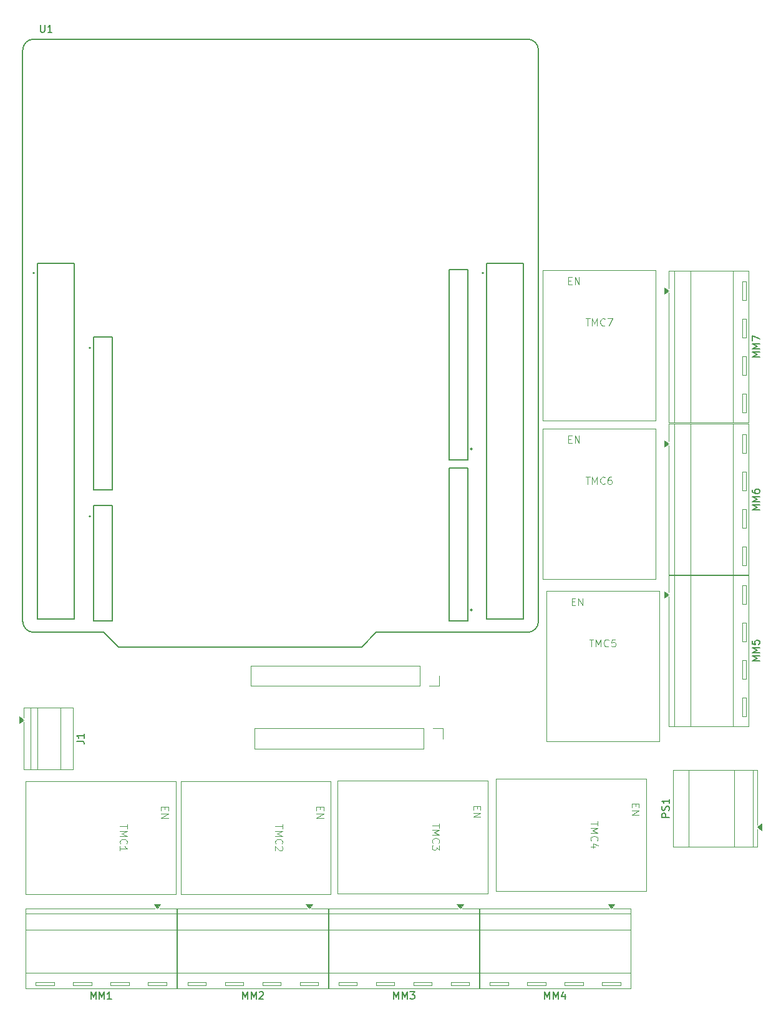
<source format=gbr>
%TF.GenerationSoftware,KiCad,Pcbnew,9.0.5*%
%TF.CreationDate,2025-10-28T11:21:23+01:00*%
%TF.ProjectId,wokringv1ar,776f6b72-696e-4677-9631-61722e6b6963,rev?*%
%TF.SameCoordinates,Original*%
%TF.FileFunction,Legend,Top*%
%TF.FilePolarity,Positive*%
%FSLAX46Y46*%
G04 Gerber Fmt 4.6, Leading zero omitted, Abs format (unit mm)*
G04 Created by KiCad (PCBNEW 9.0.5) date 2025-10-28 11:21:23*
%MOMM*%
%LPD*%
G01*
G04 APERTURE LIST*
%ADD10C,0.150000*%
%ADD11C,0.100000*%
%ADD12C,0.120000*%
%ADD13C,0.127000*%
%ADD14C,0.200000*%
G04 APERTURE END LIST*
D10*
X188374819Y-88000951D02*
X187374819Y-88000951D01*
X187374819Y-88000951D02*
X188089104Y-87667618D01*
X188089104Y-87667618D02*
X187374819Y-87334285D01*
X187374819Y-87334285D02*
X188374819Y-87334285D01*
X188374819Y-86858094D02*
X187374819Y-86858094D01*
X187374819Y-86858094D02*
X188089104Y-86524761D01*
X188089104Y-86524761D02*
X187374819Y-86191428D01*
X187374819Y-86191428D02*
X188374819Y-86191428D01*
X187374819Y-85286666D02*
X187374819Y-85477142D01*
X187374819Y-85477142D02*
X187422438Y-85572380D01*
X187422438Y-85572380D02*
X187470057Y-85619999D01*
X187470057Y-85619999D02*
X187612914Y-85715237D01*
X187612914Y-85715237D02*
X187803390Y-85762856D01*
X187803390Y-85762856D02*
X188184342Y-85762856D01*
X188184342Y-85762856D02*
X188279580Y-85715237D01*
X188279580Y-85715237D02*
X188327200Y-85667618D01*
X188327200Y-85667618D02*
X188374819Y-85572380D01*
X188374819Y-85572380D02*
X188374819Y-85381904D01*
X188374819Y-85381904D02*
X188327200Y-85286666D01*
X188327200Y-85286666D02*
X188279580Y-85239047D01*
X188279580Y-85239047D02*
X188184342Y-85191428D01*
X188184342Y-85191428D02*
X187946247Y-85191428D01*
X187946247Y-85191428D02*
X187851009Y-85239047D01*
X187851009Y-85239047D02*
X187803390Y-85286666D01*
X187803390Y-85286666D02*
X187755771Y-85381904D01*
X187755771Y-85381904D02*
X187755771Y-85572380D01*
X187755771Y-85572380D02*
X187803390Y-85667618D01*
X187803390Y-85667618D02*
X187851009Y-85715237D01*
X187851009Y-85715237D02*
X187946247Y-85762856D01*
X90783095Y-22189819D02*
X90783095Y-22999342D01*
X90783095Y-22999342D02*
X90830714Y-23094580D01*
X90830714Y-23094580D02*
X90878333Y-23142200D01*
X90878333Y-23142200D02*
X90973571Y-23189819D01*
X90973571Y-23189819D02*
X91164047Y-23189819D01*
X91164047Y-23189819D02*
X91259285Y-23142200D01*
X91259285Y-23142200D02*
X91306904Y-23094580D01*
X91306904Y-23094580D02*
X91354523Y-22999342D01*
X91354523Y-22999342D02*
X91354523Y-22189819D01*
X92354523Y-23189819D02*
X91783095Y-23189819D01*
X92068809Y-23189819D02*
X92068809Y-22189819D01*
X92068809Y-22189819D02*
X91973571Y-22332676D01*
X91973571Y-22332676D02*
X91878333Y-22427914D01*
X91878333Y-22427914D02*
X91783095Y-22475533D01*
D11*
X123622580Y-130666667D02*
X123622580Y-131238095D01*
X122622580Y-130952381D02*
X123622580Y-130952381D01*
X122622580Y-131571429D02*
X123622580Y-131571429D01*
X123622580Y-131571429D02*
X122908295Y-131904762D01*
X122908295Y-131904762D02*
X123622580Y-132238095D01*
X123622580Y-132238095D02*
X122622580Y-132238095D01*
X122717819Y-133285714D02*
X122670200Y-133238095D01*
X122670200Y-133238095D02*
X122622580Y-133095238D01*
X122622580Y-133095238D02*
X122622580Y-133000000D01*
X122622580Y-133000000D02*
X122670200Y-132857143D01*
X122670200Y-132857143D02*
X122765438Y-132761905D01*
X122765438Y-132761905D02*
X122860676Y-132714286D01*
X122860676Y-132714286D02*
X123051152Y-132666667D01*
X123051152Y-132666667D02*
X123194009Y-132666667D01*
X123194009Y-132666667D02*
X123384485Y-132714286D01*
X123384485Y-132714286D02*
X123479723Y-132761905D01*
X123479723Y-132761905D02*
X123574961Y-132857143D01*
X123574961Y-132857143D02*
X123622580Y-133000000D01*
X123622580Y-133000000D02*
X123622580Y-133095238D01*
X123622580Y-133095238D02*
X123574961Y-133238095D01*
X123574961Y-133238095D02*
X123527342Y-133285714D01*
X123527342Y-133666667D02*
X123574961Y-133714286D01*
X123574961Y-133714286D02*
X123622580Y-133809524D01*
X123622580Y-133809524D02*
X123622580Y-134047619D01*
X123622580Y-134047619D02*
X123574961Y-134142857D01*
X123574961Y-134142857D02*
X123527342Y-134190476D01*
X123527342Y-134190476D02*
X123432104Y-134238095D01*
X123432104Y-134238095D02*
X123336866Y-134238095D01*
X123336866Y-134238095D02*
X123194009Y-134190476D01*
X123194009Y-134190476D02*
X122622580Y-133619048D01*
X122622580Y-133619048D02*
X122622580Y-134238095D01*
X128731390Y-128303884D02*
X128731390Y-128637217D01*
X128207580Y-128780074D02*
X128207580Y-128303884D01*
X128207580Y-128303884D02*
X129207580Y-128303884D01*
X129207580Y-128303884D02*
X129207580Y-128780074D01*
X128207580Y-129208646D02*
X129207580Y-129208646D01*
X129207580Y-129208646D02*
X128207580Y-129780074D01*
X128207580Y-129780074D02*
X129207580Y-129780074D01*
D10*
X118239048Y-154374819D02*
X118239048Y-153374819D01*
X118239048Y-153374819D02*
X118572381Y-154089104D01*
X118572381Y-154089104D02*
X118905714Y-153374819D01*
X118905714Y-153374819D02*
X118905714Y-154374819D01*
X119381905Y-154374819D02*
X119381905Y-153374819D01*
X119381905Y-153374819D02*
X119715238Y-154089104D01*
X119715238Y-154089104D02*
X120048571Y-153374819D01*
X120048571Y-153374819D02*
X120048571Y-154374819D01*
X120477143Y-153470057D02*
X120524762Y-153422438D01*
X120524762Y-153422438D02*
X120620000Y-153374819D01*
X120620000Y-153374819D02*
X120858095Y-153374819D01*
X120858095Y-153374819D02*
X120953333Y-153422438D01*
X120953333Y-153422438D02*
X121000952Y-153470057D01*
X121000952Y-153470057D02*
X121048571Y-153565295D01*
X121048571Y-153565295D02*
X121048571Y-153660533D01*
X121048571Y-153660533D02*
X121000952Y-153803390D01*
X121000952Y-153803390D02*
X120429524Y-154374819D01*
X120429524Y-154374819D02*
X121048571Y-154374819D01*
X95674819Y-119373333D02*
X96389104Y-119373333D01*
X96389104Y-119373333D02*
X96531961Y-119420952D01*
X96531961Y-119420952D02*
X96627200Y-119516190D01*
X96627200Y-119516190D02*
X96674819Y-119659047D01*
X96674819Y-119659047D02*
X96674819Y-119754285D01*
X96674819Y-118373333D02*
X96674819Y-118944761D01*
X96674819Y-118659047D02*
X95674819Y-118659047D01*
X95674819Y-118659047D02*
X95817676Y-118754285D01*
X95817676Y-118754285D02*
X95912914Y-118849523D01*
X95912914Y-118849523D02*
X95960533Y-118944761D01*
D11*
X102542580Y-130666667D02*
X102542580Y-131238095D01*
X101542580Y-130952381D02*
X102542580Y-130952381D01*
X101542580Y-131571429D02*
X102542580Y-131571429D01*
X102542580Y-131571429D02*
X101828295Y-131904762D01*
X101828295Y-131904762D02*
X102542580Y-132238095D01*
X102542580Y-132238095D02*
X101542580Y-132238095D01*
X101637819Y-133285714D02*
X101590200Y-133238095D01*
X101590200Y-133238095D02*
X101542580Y-133095238D01*
X101542580Y-133095238D02*
X101542580Y-133000000D01*
X101542580Y-133000000D02*
X101590200Y-132857143D01*
X101590200Y-132857143D02*
X101685438Y-132761905D01*
X101685438Y-132761905D02*
X101780676Y-132714286D01*
X101780676Y-132714286D02*
X101971152Y-132666667D01*
X101971152Y-132666667D02*
X102114009Y-132666667D01*
X102114009Y-132666667D02*
X102304485Y-132714286D01*
X102304485Y-132714286D02*
X102399723Y-132761905D01*
X102399723Y-132761905D02*
X102494961Y-132857143D01*
X102494961Y-132857143D02*
X102542580Y-133000000D01*
X102542580Y-133000000D02*
X102542580Y-133095238D01*
X102542580Y-133095238D02*
X102494961Y-133238095D01*
X102494961Y-133238095D02*
X102447342Y-133285714D01*
X101542580Y-134238095D02*
X101542580Y-133666667D01*
X101542580Y-133952381D02*
X102542580Y-133952381D01*
X102542580Y-133952381D02*
X102399723Y-133857143D01*
X102399723Y-133857143D02*
X102304485Y-133761905D01*
X102304485Y-133761905D02*
X102256866Y-133666667D01*
X107651390Y-128303884D02*
X107651390Y-128637217D01*
X107127580Y-128780074D02*
X107127580Y-128303884D01*
X107127580Y-128303884D02*
X108127580Y-128303884D01*
X108127580Y-128303884D02*
X108127580Y-128780074D01*
X107127580Y-129208646D02*
X108127580Y-129208646D01*
X108127580Y-129208646D02*
X107127580Y-129780074D01*
X107127580Y-129780074D02*
X108127580Y-129780074D01*
D10*
X188374819Y-108500951D02*
X187374819Y-108500951D01*
X187374819Y-108500951D02*
X188089104Y-108167618D01*
X188089104Y-108167618D02*
X187374819Y-107834285D01*
X187374819Y-107834285D02*
X188374819Y-107834285D01*
X188374819Y-107358094D02*
X187374819Y-107358094D01*
X187374819Y-107358094D02*
X188089104Y-107024761D01*
X188089104Y-107024761D02*
X187374819Y-106691428D01*
X187374819Y-106691428D02*
X188374819Y-106691428D01*
X187374819Y-105739047D02*
X187374819Y-106215237D01*
X187374819Y-106215237D02*
X187851009Y-106262856D01*
X187851009Y-106262856D02*
X187803390Y-106215237D01*
X187803390Y-106215237D02*
X187755771Y-106119999D01*
X187755771Y-106119999D02*
X187755771Y-105881904D01*
X187755771Y-105881904D02*
X187803390Y-105786666D01*
X187803390Y-105786666D02*
X187851009Y-105739047D01*
X187851009Y-105739047D02*
X187946247Y-105691428D01*
X187946247Y-105691428D02*
X188184342Y-105691428D01*
X188184342Y-105691428D02*
X188279580Y-105739047D01*
X188279580Y-105739047D02*
X188327200Y-105786666D01*
X188327200Y-105786666D02*
X188374819Y-105881904D01*
X188374819Y-105881904D02*
X188374819Y-106119999D01*
X188374819Y-106119999D02*
X188327200Y-106215237D01*
X188327200Y-106215237D02*
X188279580Y-106262856D01*
X188374819Y-67260951D02*
X187374819Y-67260951D01*
X187374819Y-67260951D02*
X188089104Y-66927618D01*
X188089104Y-66927618D02*
X187374819Y-66594285D01*
X187374819Y-66594285D02*
X188374819Y-66594285D01*
X188374819Y-66118094D02*
X187374819Y-66118094D01*
X187374819Y-66118094D02*
X188089104Y-65784761D01*
X188089104Y-65784761D02*
X187374819Y-65451428D01*
X187374819Y-65451428D02*
X188374819Y-65451428D01*
X187374819Y-65070475D02*
X187374819Y-64403809D01*
X187374819Y-64403809D02*
X188374819Y-64832380D01*
D11*
X144932580Y-130562667D02*
X144932580Y-131134095D01*
X143932580Y-130848381D02*
X144932580Y-130848381D01*
X143932580Y-131467429D02*
X144932580Y-131467429D01*
X144932580Y-131467429D02*
X144218295Y-131800762D01*
X144218295Y-131800762D02*
X144932580Y-132134095D01*
X144932580Y-132134095D02*
X143932580Y-132134095D01*
X144027819Y-133181714D02*
X143980200Y-133134095D01*
X143980200Y-133134095D02*
X143932580Y-132991238D01*
X143932580Y-132991238D02*
X143932580Y-132896000D01*
X143932580Y-132896000D02*
X143980200Y-132753143D01*
X143980200Y-132753143D02*
X144075438Y-132657905D01*
X144075438Y-132657905D02*
X144170676Y-132610286D01*
X144170676Y-132610286D02*
X144361152Y-132562667D01*
X144361152Y-132562667D02*
X144504009Y-132562667D01*
X144504009Y-132562667D02*
X144694485Y-132610286D01*
X144694485Y-132610286D02*
X144789723Y-132657905D01*
X144789723Y-132657905D02*
X144884961Y-132753143D01*
X144884961Y-132753143D02*
X144932580Y-132896000D01*
X144932580Y-132896000D02*
X144932580Y-132991238D01*
X144932580Y-132991238D02*
X144884961Y-133134095D01*
X144884961Y-133134095D02*
X144837342Y-133181714D01*
X144932580Y-133515048D02*
X144932580Y-134134095D01*
X144932580Y-134134095D02*
X144551628Y-133800762D01*
X144551628Y-133800762D02*
X144551628Y-133943619D01*
X144551628Y-133943619D02*
X144504009Y-134038857D01*
X144504009Y-134038857D02*
X144456390Y-134086476D01*
X144456390Y-134086476D02*
X144361152Y-134134095D01*
X144361152Y-134134095D02*
X144123057Y-134134095D01*
X144123057Y-134134095D02*
X144027819Y-134086476D01*
X144027819Y-134086476D02*
X143980200Y-134038857D01*
X143980200Y-134038857D02*
X143932580Y-133943619D01*
X143932580Y-133943619D02*
X143932580Y-133657905D01*
X143932580Y-133657905D02*
X143980200Y-133562667D01*
X143980200Y-133562667D02*
X144027819Y-133515048D01*
X150041390Y-128199884D02*
X150041390Y-128533217D01*
X149517580Y-128676074D02*
X149517580Y-128199884D01*
X149517580Y-128199884D02*
X150517580Y-128199884D01*
X150517580Y-128199884D02*
X150517580Y-128676074D01*
X149517580Y-129104646D02*
X150517580Y-129104646D01*
X150517580Y-129104646D02*
X149517580Y-129676074D01*
X149517580Y-129676074D02*
X150517580Y-129676074D01*
X165270667Y-105567419D02*
X165842095Y-105567419D01*
X165556381Y-106567419D02*
X165556381Y-105567419D01*
X166175429Y-106567419D02*
X166175429Y-105567419D01*
X166175429Y-105567419D02*
X166508762Y-106281704D01*
X166508762Y-106281704D02*
X166842095Y-105567419D01*
X166842095Y-105567419D02*
X166842095Y-106567419D01*
X167889714Y-106472180D02*
X167842095Y-106519800D01*
X167842095Y-106519800D02*
X167699238Y-106567419D01*
X167699238Y-106567419D02*
X167604000Y-106567419D01*
X167604000Y-106567419D02*
X167461143Y-106519800D01*
X167461143Y-106519800D02*
X167365905Y-106424561D01*
X167365905Y-106424561D02*
X167318286Y-106329323D01*
X167318286Y-106329323D02*
X167270667Y-106138847D01*
X167270667Y-106138847D02*
X167270667Y-105995990D01*
X167270667Y-105995990D02*
X167318286Y-105805514D01*
X167318286Y-105805514D02*
X167365905Y-105710276D01*
X167365905Y-105710276D02*
X167461143Y-105615038D01*
X167461143Y-105615038D02*
X167604000Y-105567419D01*
X167604000Y-105567419D02*
X167699238Y-105567419D01*
X167699238Y-105567419D02*
X167842095Y-105615038D01*
X167842095Y-105615038D02*
X167889714Y-105662657D01*
X168794476Y-105567419D02*
X168318286Y-105567419D01*
X168318286Y-105567419D02*
X168270667Y-106043609D01*
X168270667Y-106043609D02*
X168318286Y-105995990D01*
X168318286Y-105995990D02*
X168413524Y-105948371D01*
X168413524Y-105948371D02*
X168651619Y-105948371D01*
X168651619Y-105948371D02*
X168746857Y-105995990D01*
X168746857Y-105995990D02*
X168794476Y-106043609D01*
X168794476Y-106043609D02*
X168842095Y-106138847D01*
X168842095Y-106138847D02*
X168842095Y-106376942D01*
X168842095Y-106376942D02*
X168794476Y-106472180D01*
X168794476Y-106472180D02*
X168746857Y-106519800D01*
X168746857Y-106519800D02*
X168651619Y-106567419D01*
X168651619Y-106567419D02*
X168413524Y-106567419D01*
X168413524Y-106567419D02*
X168318286Y-106519800D01*
X168318286Y-106519800D02*
X168270667Y-106472180D01*
X162907884Y-100458609D02*
X163241217Y-100458609D01*
X163384074Y-100982419D02*
X162907884Y-100982419D01*
X162907884Y-100982419D02*
X162907884Y-99982419D01*
X162907884Y-99982419D02*
X163384074Y-99982419D01*
X163812646Y-100982419D02*
X163812646Y-99982419D01*
X163812646Y-99982419D02*
X164384074Y-100982419D01*
X164384074Y-100982419D02*
X164384074Y-99982419D01*
X164770667Y-62027419D02*
X165342095Y-62027419D01*
X165056381Y-63027419D02*
X165056381Y-62027419D01*
X165675429Y-63027419D02*
X165675429Y-62027419D01*
X165675429Y-62027419D02*
X166008762Y-62741704D01*
X166008762Y-62741704D02*
X166342095Y-62027419D01*
X166342095Y-62027419D02*
X166342095Y-63027419D01*
X167389714Y-62932180D02*
X167342095Y-62979800D01*
X167342095Y-62979800D02*
X167199238Y-63027419D01*
X167199238Y-63027419D02*
X167104000Y-63027419D01*
X167104000Y-63027419D02*
X166961143Y-62979800D01*
X166961143Y-62979800D02*
X166865905Y-62884561D01*
X166865905Y-62884561D02*
X166818286Y-62789323D01*
X166818286Y-62789323D02*
X166770667Y-62598847D01*
X166770667Y-62598847D02*
X166770667Y-62455990D01*
X166770667Y-62455990D02*
X166818286Y-62265514D01*
X166818286Y-62265514D02*
X166865905Y-62170276D01*
X166865905Y-62170276D02*
X166961143Y-62075038D01*
X166961143Y-62075038D02*
X167104000Y-62027419D01*
X167104000Y-62027419D02*
X167199238Y-62027419D01*
X167199238Y-62027419D02*
X167342095Y-62075038D01*
X167342095Y-62075038D02*
X167389714Y-62122657D01*
X167723048Y-62027419D02*
X168389714Y-62027419D01*
X168389714Y-62027419D02*
X167961143Y-63027419D01*
X162407884Y-56918609D02*
X162741217Y-56918609D01*
X162884074Y-57442419D02*
X162407884Y-57442419D01*
X162407884Y-57442419D02*
X162407884Y-56442419D01*
X162407884Y-56442419D02*
X162884074Y-56442419D01*
X163312646Y-57442419D02*
X163312646Y-56442419D01*
X163312646Y-56442419D02*
X163884074Y-57442419D01*
X163884074Y-57442419D02*
X163884074Y-56442419D01*
X166432580Y-130270667D02*
X166432580Y-130842095D01*
X165432580Y-130556381D02*
X166432580Y-130556381D01*
X165432580Y-131175429D02*
X166432580Y-131175429D01*
X166432580Y-131175429D02*
X165718295Y-131508762D01*
X165718295Y-131508762D02*
X166432580Y-131842095D01*
X166432580Y-131842095D02*
X165432580Y-131842095D01*
X165527819Y-132889714D02*
X165480200Y-132842095D01*
X165480200Y-132842095D02*
X165432580Y-132699238D01*
X165432580Y-132699238D02*
X165432580Y-132604000D01*
X165432580Y-132604000D02*
X165480200Y-132461143D01*
X165480200Y-132461143D02*
X165575438Y-132365905D01*
X165575438Y-132365905D02*
X165670676Y-132318286D01*
X165670676Y-132318286D02*
X165861152Y-132270667D01*
X165861152Y-132270667D02*
X166004009Y-132270667D01*
X166004009Y-132270667D02*
X166194485Y-132318286D01*
X166194485Y-132318286D02*
X166289723Y-132365905D01*
X166289723Y-132365905D02*
X166384961Y-132461143D01*
X166384961Y-132461143D02*
X166432580Y-132604000D01*
X166432580Y-132604000D02*
X166432580Y-132699238D01*
X166432580Y-132699238D02*
X166384961Y-132842095D01*
X166384961Y-132842095D02*
X166337342Y-132889714D01*
X166099247Y-133746857D02*
X165432580Y-133746857D01*
X166480200Y-133508762D02*
X165765914Y-133270667D01*
X165765914Y-133270667D02*
X165765914Y-133889714D01*
X171541390Y-127907884D02*
X171541390Y-128241217D01*
X171017580Y-128384074D02*
X171017580Y-127907884D01*
X171017580Y-127907884D02*
X172017580Y-127907884D01*
X172017580Y-127907884D02*
X172017580Y-128384074D01*
X171017580Y-128812646D02*
X172017580Y-128812646D01*
X172017580Y-128812646D02*
X171017580Y-129384074D01*
X171017580Y-129384074D02*
X172017580Y-129384074D01*
D10*
X159239048Y-154374819D02*
X159239048Y-153374819D01*
X159239048Y-153374819D02*
X159572381Y-154089104D01*
X159572381Y-154089104D02*
X159905714Y-153374819D01*
X159905714Y-153374819D02*
X159905714Y-154374819D01*
X160381905Y-154374819D02*
X160381905Y-153374819D01*
X160381905Y-153374819D02*
X160715238Y-154089104D01*
X160715238Y-154089104D02*
X161048571Y-153374819D01*
X161048571Y-153374819D02*
X161048571Y-154374819D01*
X161953333Y-153708152D02*
X161953333Y-154374819D01*
X161715238Y-153327200D02*
X161477143Y-154041485D01*
X161477143Y-154041485D02*
X162096190Y-154041485D01*
D11*
X164770667Y-83527419D02*
X165342095Y-83527419D01*
X165056381Y-84527419D02*
X165056381Y-83527419D01*
X165675429Y-84527419D02*
X165675429Y-83527419D01*
X165675429Y-83527419D02*
X166008762Y-84241704D01*
X166008762Y-84241704D02*
X166342095Y-83527419D01*
X166342095Y-83527419D02*
X166342095Y-84527419D01*
X167389714Y-84432180D02*
X167342095Y-84479800D01*
X167342095Y-84479800D02*
X167199238Y-84527419D01*
X167199238Y-84527419D02*
X167104000Y-84527419D01*
X167104000Y-84527419D02*
X166961143Y-84479800D01*
X166961143Y-84479800D02*
X166865905Y-84384561D01*
X166865905Y-84384561D02*
X166818286Y-84289323D01*
X166818286Y-84289323D02*
X166770667Y-84098847D01*
X166770667Y-84098847D02*
X166770667Y-83955990D01*
X166770667Y-83955990D02*
X166818286Y-83765514D01*
X166818286Y-83765514D02*
X166865905Y-83670276D01*
X166865905Y-83670276D02*
X166961143Y-83575038D01*
X166961143Y-83575038D02*
X167104000Y-83527419D01*
X167104000Y-83527419D02*
X167199238Y-83527419D01*
X167199238Y-83527419D02*
X167342095Y-83575038D01*
X167342095Y-83575038D02*
X167389714Y-83622657D01*
X168246857Y-83527419D02*
X168056381Y-83527419D01*
X168056381Y-83527419D02*
X167961143Y-83575038D01*
X167961143Y-83575038D02*
X167913524Y-83622657D01*
X167913524Y-83622657D02*
X167818286Y-83765514D01*
X167818286Y-83765514D02*
X167770667Y-83955990D01*
X167770667Y-83955990D02*
X167770667Y-84336942D01*
X167770667Y-84336942D02*
X167818286Y-84432180D01*
X167818286Y-84432180D02*
X167865905Y-84479800D01*
X167865905Y-84479800D02*
X167961143Y-84527419D01*
X167961143Y-84527419D02*
X168151619Y-84527419D01*
X168151619Y-84527419D02*
X168246857Y-84479800D01*
X168246857Y-84479800D02*
X168294476Y-84432180D01*
X168294476Y-84432180D02*
X168342095Y-84336942D01*
X168342095Y-84336942D02*
X168342095Y-84098847D01*
X168342095Y-84098847D02*
X168294476Y-84003609D01*
X168294476Y-84003609D02*
X168246857Y-83955990D01*
X168246857Y-83955990D02*
X168151619Y-83908371D01*
X168151619Y-83908371D02*
X167961143Y-83908371D01*
X167961143Y-83908371D02*
X167865905Y-83955990D01*
X167865905Y-83955990D02*
X167818286Y-84003609D01*
X167818286Y-84003609D02*
X167770667Y-84098847D01*
X162407884Y-78418609D02*
X162741217Y-78418609D01*
X162884074Y-78942419D02*
X162407884Y-78942419D01*
X162407884Y-78942419D02*
X162407884Y-77942419D01*
X162407884Y-77942419D02*
X162884074Y-77942419D01*
X163312646Y-78942419D02*
X163312646Y-77942419D01*
X163312646Y-77942419D02*
X163884074Y-78942419D01*
X163884074Y-78942419D02*
X163884074Y-77942419D01*
D10*
X138739048Y-154374819D02*
X138739048Y-153374819D01*
X138739048Y-153374819D02*
X139072381Y-154089104D01*
X139072381Y-154089104D02*
X139405714Y-153374819D01*
X139405714Y-153374819D02*
X139405714Y-154374819D01*
X139881905Y-154374819D02*
X139881905Y-153374819D01*
X139881905Y-153374819D02*
X140215238Y-154089104D01*
X140215238Y-154089104D02*
X140548571Y-153374819D01*
X140548571Y-153374819D02*
X140548571Y-154374819D01*
X140929524Y-153374819D02*
X141548571Y-153374819D01*
X141548571Y-153374819D02*
X141215238Y-153755771D01*
X141215238Y-153755771D02*
X141358095Y-153755771D01*
X141358095Y-153755771D02*
X141453333Y-153803390D01*
X141453333Y-153803390D02*
X141500952Y-153851009D01*
X141500952Y-153851009D02*
X141548571Y-153946247D01*
X141548571Y-153946247D02*
X141548571Y-154184342D01*
X141548571Y-154184342D02*
X141500952Y-154279580D01*
X141500952Y-154279580D02*
X141453333Y-154327200D01*
X141453333Y-154327200D02*
X141358095Y-154374819D01*
X141358095Y-154374819D02*
X141072381Y-154374819D01*
X141072381Y-154374819D02*
X140977143Y-154327200D01*
X140977143Y-154327200D02*
X140929524Y-154279580D01*
X97619048Y-154374819D02*
X97619048Y-153374819D01*
X97619048Y-153374819D02*
X97952381Y-154089104D01*
X97952381Y-154089104D02*
X98285714Y-153374819D01*
X98285714Y-153374819D02*
X98285714Y-154374819D01*
X98761905Y-154374819D02*
X98761905Y-153374819D01*
X98761905Y-153374819D02*
X99095238Y-154089104D01*
X99095238Y-154089104D02*
X99428571Y-153374819D01*
X99428571Y-153374819D02*
X99428571Y-154374819D01*
X100428571Y-154374819D02*
X99857143Y-154374819D01*
X100142857Y-154374819D02*
X100142857Y-153374819D01*
X100142857Y-153374819D02*
X100047619Y-153517676D01*
X100047619Y-153517676D02*
X99952381Y-153612914D01*
X99952381Y-153612914D02*
X99857143Y-153660533D01*
X176102319Y-129719285D02*
X175102319Y-129719285D01*
X175102319Y-129719285D02*
X175102319Y-129338333D01*
X175102319Y-129338333D02*
X175149938Y-129243095D01*
X175149938Y-129243095D02*
X175197557Y-129195476D01*
X175197557Y-129195476D02*
X175292795Y-129147857D01*
X175292795Y-129147857D02*
X175435652Y-129147857D01*
X175435652Y-129147857D02*
X175530890Y-129195476D01*
X175530890Y-129195476D02*
X175578509Y-129243095D01*
X175578509Y-129243095D02*
X175626128Y-129338333D01*
X175626128Y-129338333D02*
X175626128Y-129719285D01*
X176054700Y-128766904D02*
X176102319Y-128624047D01*
X176102319Y-128624047D02*
X176102319Y-128385952D01*
X176102319Y-128385952D02*
X176054700Y-128290714D01*
X176054700Y-128290714D02*
X176007080Y-128243095D01*
X176007080Y-128243095D02*
X175911842Y-128195476D01*
X175911842Y-128195476D02*
X175816604Y-128195476D01*
X175816604Y-128195476D02*
X175721366Y-128243095D01*
X175721366Y-128243095D02*
X175673747Y-128290714D01*
X175673747Y-128290714D02*
X175626128Y-128385952D01*
X175626128Y-128385952D02*
X175578509Y-128576428D01*
X175578509Y-128576428D02*
X175530890Y-128671666D01*
X175530890Y-128671666D02*
X175483271Y-128719285D01*
X175483271Y-128719285D02*
X175388033Y-128766904D01*
X175388033Y-128766904D02*
X175292795Y-128766904D01*
X175292795Y-128766904D02*
X175197557Y-128719285D01*
X175197557Y-128719285D02*
X175149938Y-128671666D01*
X175149938Y-128671666D02*
X175102319Y-128576428D01*
X175102319Y-128576428D02*
X175102319Y-128338333D01*
X175102319Y-128338333D02*
X175149938Y-128195476D01*
X176102319Y-127243095D02*
X176102319Y-127814523D01*
X176102319Y-127528809D02*
X175102319Y-127528809D01*
X175102319Y-127528809D02*
X175245176Y-127624047D01*
X175245176Y-127624047D02*
X175340414Y-127719285D01*
X175340414Y-127719285D02*
X175388033Y-127814523D01*
D12*
%TO.C,MM6*%
X176080000Y-76340000D02*
X176080000Y-78700000D01*
X176080000Y-79300000D02*
X176080000Y-96900000D01*
X176800000Y-76340000D02*
X176800000Y-96900000D01*
X179000000Y-76340000D02*
X179000000Y-96900000D01*
X184800000Y-76340000D02*
X184800000Y-96900000D01*
X186050000Y-77750000D02*
X186050000Y-80250000D01*
X186050000Y-82830000D02*
X186050000Y-85330000D01*
X186050000Y-87910000D02*
X186050000Y-90410000D01*
X186050000Y-92990000D02*
X186050000Y-95490000D01*
X186550000Y-77750000D02*
X186050000Y-77750000D01*
X186550000Y-77750000D02*
X186550000Y-80250000D01*
X186550000Y-80250000D02*
X186050000Y-80250000D01*
X186550000Y-82830000D02*
X186050000Y-82830000D01*
X186550000Y-82830000D02*
X186550000Y-85330000D01*
X186550000Y-85330000D02*
X186050000Y-85330000D01*
X186550000Y-87910000D02*
X186050000Y-87910000D01*
X186550000Y-87910000D02*
X186550000Y-90410000D01*
X186550000Y-90410000D02*
X186050000Y-90410000D01*
X186550000Y-92990000D02*
X186050000Y-92990000D01*
X186550000Y-92990000D02*
X186550000Y-95490000D01*
X186550000Y-95490000D02*
X186050000Y-95490000D01*
X186920000Y-76340000D02*
X176080000Y-76340000D01*
X186920000Y-76340000D02*
X186920000Y-96900000D01*
X186920000Y-96900000D02*
X176080000Y-96900000D01*
X176080000Y-79000000D02*
X175470000Y-79440000D01*
X175470000Y-78560000D01*
X176080000Y-79000000D01*
G36*
X176080000Y-79000000D02*
G01*
X175470000Y-79440000D01*
X175470000Y-78560000D01*
X176080000Y-79000000D01*
G37*
D13*
%TO.C,U1*%
X88370000Y-103120000D02*
X88370000Y-25620000D01*
X89870000Y-24120000D02*
X156870000Y-24120000D01*
X90390000Y-54590000D02*
X90390000Y-102850000D01*
X90390000Y-102850000D02*
X95390000Y-102850000D01*
X95390000Y-54590000D02*
X90390000Y-54590000D01*
X95390000Y-102850000D02*
X95390000Y-54590000D01*
X97990000Y-64500000D02*
X97990000Y-85320000D01*
X97990000Y-85320000D02*
X100490000Y-85320000D01*
X97990000Y-87360000D02*
X97990000Y-103100000D01*
X97990000Y-103100000D02*
X100490000Y-103100000D01*
X99370000Y-104620000D02*
X89870000Y-104620000D01*
X100490000Y-64500000D02*
X97990000Y-64500000D01*
X100490000Y-85320000D02*
X100490000Y-64500000D01*
X100490000Y-87360000D02*
X97990000Y-87360000D01*
X100490000Y-103100000D02*
X100490000Y-87360000D01*
X101370000Y-106620000D02*
X99370000Y-104620000D01*
X134370000Y-106620000D02*
X101370000Y-106620000D01*
X136370000Y-104620000D02*
X134370000Y-106620000D01*
X146250000Y-55360000D02*
X146250000Y-81260000D01*
X146250000Y-81260000D02*
X148750000Y-81260000D01*
X146250000Y-82280000D02*
X146250000Y-103100000D01*
X146250000Y-103100000D02*
X148750000Y-103100000D01*
X148750000Y-55360000D02*
X146250000Y-55360000D01*
X148750000Y-81260000D02*
X148750000Y-55360000D01*
X148750000Y-82280000D02*
X146250000Y-82280000D01*
X148750000Y-103100000D02*
X148750000Y-82280000D01*
X151350000Y-54590000D02*
X151350000Y-102850000D01*
X151350000Y-102850000D02*
X156350000Y-102850000D01*
X156350000Y-54590000D02*
X151350000Y-54590000D01*
X156350000Y-102850000D02*
X156350000Y-54590000D01*
X156870000Y-104620000D02*
X136370000Y-104620000D01*
X158370000Y-25620000D02*
X158370000Y-103120000D01*
X88370000Y-25620000D02*
G75*
G02*
X89870000Y-24120000I1500001J-1D01*
G01*
X89870000Y-104620000D02*
G75*
G02*
X88370000Y-103120000I1J1500001D01*
G01*
X156870000Y-24120000D02*
G75*
G02*
X158370000Y-25620000I0J-1500000D01*
G01*
X158370000Y-103120000D02*
G75*
G02*
X156870000Y-104620000I-1500000J0D01*
G01*
D14*
X89970000Y-55860000D02*
G75*
G02*
X89770000Y-55860000I-100000J0D01*
G01*
X89770000Y-55860000D02*
G75*
G02*
X89970000Y-55860000I100000J0D01*
G01*
X97590000Y-66020000D02*
G75*
G02*
X97390000Y-66020000I-100000J0D01*
G01*
X97390000Y-66020000D02*
G75*
G02*
X97590000Y-66020000I100000J0D01*
G01*
X97590000Y-88880000D02*
G75*
G02*
X97390000Y-88880000I-100000J0D01*
G01*
X97390000Y-88880000D02*
G75*
G02*
X97590000Y-88880000I100000J0D01*
G01*
X149350000Y-79740000D02*
G75*
G02*
X149150000Y-79740000I-100000J0D01*
G01*
X149150000Y-79740000D02*
G75*
G02*
X149350000Y-79740000I100000J0D01*
G01*
X149350000Y-101580000D02*
G75*
G02*
X149150000Y-101580000I-100000J0D01*
G01*
X149150000Y-101580000D02*
G75*
G02*
X149350000Y-101580000I100000J0D01*
G01*
X150930000Y-55860000D02*
G75*
G02*
X150730000Y-55860000I-100000J0D01*
G01*
X150730000Y-55860000D02*
G75*
G02*
X150930000Y-55860000I100000J0D01*
G01*
%TO.C,TMC2*%
D11*
X130200000Y-124850000D02*
X109800000Y-124850000D01*
X109800000Y-140150000D01*
X130200000Y-140150000D01*
X130200000Y-124850000D01*
D12*
%TO.C,MM2*%
X109340000Y-152920000D02*
X109340000Y-142080000D01*
X110750000Y-152550000D02*
X110750000Y-152050000D01*
X113250000Y-152050000D02*
X110750000Y-152050000D01*
X113250000Y-152550000D02*
X110750000Y-152550000D01*
X113250000Y-152550000D02*
X113250000Y-152050000D01*
X115830000Y-152550000D02*
X115830000Y-152050000D01*
X118330000Y-152050000D02*
X115830000Y-152050000D01*
X118330000Y-152550000D02*
X115830000Y-152550000D01*
X118330000Y-152550000D02*
X118330000Y-152050000D01*
X120910000Y-152550000D02*
X120910000Y-152050000D01*
X123410000Y-152050000D02*
X120910000Y-152050000D01*
X123410000Y-152550000D02*
X120910000Y-152550000D01*
X123410000Y-152550000D02*
X123410000Y-152050000D01*
X125990000Y-152550000D02*
X125990000Y-152050000D01*
X126940000Y-142080000D02*
X109340000Y-142080000D01*
X128490000Y-152050000D02*
X125990000Y-152050000D01*
X128490000Y-152550000D02*
X125990000Y-152550000D01*
X128490000Y-152550000D02*
X128490000Y-152050000D01*
X129900000Y-142080000D02*
X127540000Y-142080000D01*
X129900000Y-142800000D02*
X109340000Y-142800000D01*
X129900000Y-145000000D02*
X109340000Y-145000000D01*
X129900000Y-150800000D02*
X109340000Y-150800000D01*
X129900000Y-152920000D02*
X109340000Y-152920000D01*
X129900000Y-152920000D02*
X129900000Y-142080000D01*
X127240000Y-142080000D02*
X126800000Y-141470000D01*
X127680000Y-141470000D01*
X127240000Y-142080000D01*
G36*
X127240000Y-142080000D02*
G01*
X126800000Y-141470000D01*
X127680000Y-141470000D01*
X127240000Y-142080000D01*
G37*
%TO.C,J1*%
X88480000Y-114860000D02*
X95220000Y-114860000D01*
X88480000Y-116200000D02*
X88480000Y-114860000D01*
X88480000Y-123220000D02*
X88480000Y-116800000D01*
X89400000Y-114860000D02*
X89400000Y-123220000D01*
X90400000Y-114860000D02*
X90400000Y-123220000D01*
X93500000Y-114860000D02*
X93500000Y-123220000D01*
X95220000Y-114860000D02*
X95220000Y-123220000D01*
X95220000Y-123220000D02*
X88480000Y-123220000D01*
X88480000Y-116500000D02*
X87870000Y-116940000D01*
X87870000Y-116060000D01*
X88480000Y-116500000D01*
G36*
X88480000Y-116500000D02*
G01*
X87870000Y-116940000D01*
X87870000Y-116060000D01*
X88480000Y-116500000D01*
G37*
%TO.C,TMC1*%
D11*
X109120000Y-124850000D02*
X88720000Y-124850000D01*
X88720000Y-140150000D01*
X109120000Y-140150000D01*
X109120000Y-124850000D01*
D12*
%TO.C,MM5*%
X176080000Y-96840000D02*
X176080000Y-99200000D01*
X176080000Y-99800000D02*
X176080000Y-117400000D01*
X176800000Y-96840000D02*
X176800000Y-117400000D01*
X179000000Y-96840000D02*
X179000000Y-117400000D01*
X184800000Y-96840000D02*
X184800000Y-117400000D01*
X186050000Y-98250000D02*
X186050000Y-100750000D01*
X186050000Y-103330000D02*
X186050000Y-105830000D01*
X186050000Y-108410000D02*
X186050000Y-110910000D01*
X186050000Y-113490000D02*
X186050000Y-115990000D01*
X186550000Y-98250000D02*
X186050000Y-98250000D01*
X186550000Y-98250000D02*
X186550000Y-100750000D01*
X186550000Y-100750000D02*
X186050000Y-100750000D01*
X186550000Y-103330000D02*
X186050000Y-103330000D01*
X186550000Y-103330000D02*
X186550000Y-105830000D01*
X186550000Y-105830000D02*
X186050000Y-105830000D01*
X186550000Y-108410000D02*
X186050000Y-108410000D01*
X186550000Y-108410000D02*
X186550000Y-110910000D01*
X186550000Y-110910000D02*
X186050000Y-110910000D01*
X186550000Y-113490000D02*
X186050000Y-113490000D01*
X186550000Y-113490000D02*
X186550000Y-115990000D01*
X186550000Y-115990000D02*
X186050000Y-115990000D01*
X186920000Y-96840000D02*
X176080000Y-96840000D01*
X186920000Y-96840000D02*
X186920000Y-117400000D01*
X186920000Y-117400000D02*
X176080000Y-117400000D01*
X176080000Y-99500000D02*
X175470000Y-99940000D01*
X175470000Y-99060000D01*
X176080000Y-99500000D01*
G36*
X176080000Y-99500000D02*
G01*
X175470000Y-99940000D01*
X175470000Y-99060000D01*
X176080000Y-99500000D01*
G37*
%TO.C,MM7*%
X176080000Y-55600000D02*
X176080000Y-57960000D01*
X176080000Y-58560000D02*
X176080000Y-76160000D01*
X176800000Y-55600000D02*
X176800000Y-76160000D01*
X179000000Y-55600000D02*
X179000000Y-76160000D01*
X184800000Y-55600000D02*
X184800000Y-76160000D01*
X186050000Y-57010000D02*
X186050000Y-59510000D01*
X186050000Y-62090000D02*
X186050000Y-64590000D01*
X186050000Y-67170000D02*
X186050000Y-69670000D01*
X186050000Y-72250000D02*
X186050000Y-74750000D01*
X186550000Y-57010000D02*
X186050000Y-57010000D01*
X186550000Y-57010000D02*
X186550000Y-59510000D01*
X186550000Y-59510000D02*
X186050000Y-59510000D01*
X186550000Y-62090000D02*
X186050000Y-62090000D01*
X186550000Y-62090000D02*
X186550000Y-64590000D01*
X186550000Y-64590000D02*
X186050000Y-64590000D01*
X186550000Y-67170000D02*
X186050000Y-67170000D01*
X186550000Y-67170000D02*
X186550000Y-69670000D01*
X186550000Y-69670000D02*
X186050000Y-69670000D01*
X186550000Y-72250000D02*
X186050000Y-72250000D01*
X186550000Y-72250000D02*
X186550000Y-74750000D01*
X186550000Y-74750000D02*
X186050000Y-74750000D01*
X186920000Y-55600000D02*
X176080000Y-55600000D01*
X186920000Y-55600000D02*
X186920000Y-76160000D01*
X186920000Y-76160000D02*
X176080000Y-76160000D01*
X176080000Y-58260000D02*
X175470000Y-58700000D01*
X175470000Y-57820000D01*
X176080000Y-58260000D01*
G36*
X176080000Y-58260000D02*
G01*
X175470000Y-58700000D01*
X175470000Y-57820000D01*
X176080000Y-58260000D01*
G37*
%TO.C,TMC3*%
D11*
X151510000Y-124746000D02*
X131110000Y-124746000D01*
X131110000Y-140046000D01*
X151510000Y-140046000D01*
X151510000Y-124746000D01*
%TO.C,TMC5*%
X159454000Y-98990000D02*
X174754000Y-98990000D01*
X174754000Y-119390000D01*
X159454000Y-119390000D01*
X159454000Y-98990000D01*
%TO.C,TMC7*%
X158954000Y-55450000D02*
X174254000Y-55450000D01*
X174254000Y-75850000D01*
X158954000Y-75850000D01*
X158954000Y-55450000D01*
%TO.C,TMC4*%
X173010000Y-124454000D02*
X152610000Y-124454000D01*
X152610000Y-139754000D01*
X173010000Y-139754000D01*
X173010000Y-124454000D01*
D12*
%TO.C,MM4*%
X150340000Y-152920000D02*
X150340000Y-142080000D01*
X151750000Y-152550000D02*
X151750000Y-152050000D01*
X154250000Y-152050000D02*
X151750000Y-152050000D01*
X154250000Y-152550000D02*
X151750000Y-152550000D01*
X154250000Y-152550000D02*
X154250000Y-152050000D01*
X156830000Y-152550000D02*
X156830000Y-152050000D01*
X159330000Y-152050000D02*
X156830000Y-152050000D01*
X159330000Y-152550000D02*
X156830000Y-152550000D01*
X159330000Y-152550000D02*
X159330000Y-152050000D01*
X161910000Y-152550000D02*
X161910000Y-152050000D01*
X164410000Y-152050000D02*
X161910000Y-152050000D01*
X164410000Y-152550000D02*
X161910000Y-152550000D01*
X164410000Y-152550000D02*
X164410000Y-152050000D01*
X166990000Y-152550000D02*
X166990000Y-152050000D01*
X167940000Y-142080000D02*
X150340000Y-142080000D01*
X169490000Y-152050000D02*
X166990000Y-152050000D01*
X169490000Y-152550000D02*
X166990000Y-152550000D01*
X169490000Y-152550000D02*
X169490000Y-152050000D01*
X170900000Y-142080000D02*
X168540000Y-142080000D01*
X170900000Y-142800000D02*
X150340000Y-142800000D01*
X170900000Y-145000000D02*
X150340000Y-145000000D01*
X170900000Y-150800000D02*
X150340000Y-150800000D01*
X170900000Y-152920000D02*
X150340000Y-152920000D01*
X170900000Y-152920000D02*
X170900000Y-142080000D01*
X168240000Y-142080000D02*
X167800000Y-141470000D01*
X168680000Y-141470000D01*
X168240000Y-142080000D01*
G36*
X168240000Y-142080000D02*
G01*
X167800000Y-141470000D01*
X168680000Y-141470000D01*
X168240000Y-142080000D01*
G37*
%TO.C,TMC6*%
D11*
X158954000Y-76950000D02*
X174254000Y-76950000D01*
X174254000Y-97350000D01*
X158954000Y-97350000D01*
X158954000Y-76950000D01*
D12*
%TO.C,Encoder_MUX_VIO1*%
X119800000Y-117665000D02*
X119800000Y-120425000D01*
X142770000Y-117665000D02*
X119800000Y-117665000D01*
X142770000Y-117665000D02*
X142770000Y-120425000D01*
X142770000Y-120425000D02*
X119800000Y-120425000D01*
X144040000Y-117665000D02*
X145420000Y-117665000D01*
X145420000Y-117665000D02*
X145420000Y-119045000D01*
%TO.C,MM3*%
X129840000Y-152920000D02*
X129840000Y-142080000D01*
X131250000Y-152550000D02*
X131250000Y-152050000D01*
X133750000Y-152050000D02*
X131250000Y-152050000D01*
X133750000Y-152550000D02*
X131250000Y-152550000D01*
X133750000Y-152550000D02*
X133750000Y-152050000D01*
X136330000Y-152550000D02*
X136330000Y-152050000D01*
X138830000Y-152050000D02*
X136330000Y-152050000D01*
X138830000Y-152550000D02*
X136330000Y-152550000D01*
X138830000Y-152550000D02*
X138830000Y-152050000D01*
X141410000Y-152550000D02*
X141410000Y-152050000D01*
X143910000Y-152050000D02*
X141410000Y-152050000D01*
X143910000Y-152550000D02*
X141410000Y-152550000D01*
X143910000Y-152550000D02*
X143910000Y-152050000D01*
X146490000Y-152550000D02*
X146490000Y-152050000D01*
X147440000Y-142080000D02*
X129840000Y-142080000D01*
X148990000Y-152050000D02*
X146490000Y-152050000D01*
X148990000Y-152550000D02*
X146490000Y-152550000D01*
X148990000Y-152550000D02*
X148990000Y-152050000D01*
X150400000Y-142080000D02*
X148040000Y-142080000D01*
X150400000Y-142800000D02*
X129840000Y-142800000D01*
X150400000Y-145000000D02*
X129840000Y-145000000D01*
X150400000Y-150800000D02*
X129840000Y-150800000D01*
X150400000Y-152920000D02*
X129840000Y-152920000D01*
X150400000Y-152920000D02*
X150400000Y-142080000D01*
X147740000Y-142080000D02*
X147300000Y-141470000D01*
X148180000Y-141470000D01*
X147740000Y-142080000D01*
G36*
X147740000Y-142080000D02*
G01*
X147300000Y-141470000D01*
X148180000Y-141470000D01*
X147740000Y-142080000D01*
G37*
%TO.C,MM1*%
X88720000Y-152920000D02*
X88720000Y-142080000D01*
X90130000Y-152550000D02*
X90130000Y-152050000D01*
X92630000Y-152050000D02*
X90130000Y-152050000D01*
X92630000Y-152550000D02*
X90130000Y-152550000D01*
X92630000Y-152550000D02*
X92630000Y-152050000D01*
X95210000Y-152550000D02*
X95210000Y-152050000D01*
X97710000Y-152050000D02*
X95210000Y-152050000D01*
X97710000Y-152550000D02*
X95210000Y-152550000D01*
X97710000Y-152550000D02*
X97710000Y-152050000D01*
X100290000Y-152550000D02*
X100290000Y-152050000D01*
X102790000Y-152050000D02*
X100290000Y-152050000D01*
X102790000Y-152550000D02*
X100290000Y-152550000D01*
X102790000Y-152550000D02*
X102790000Y-152050000D01*
X105370000Y-152550000D02*
X105370000Y-152050000D01*
X106320000Y-142080000D02*
X88720000Y-142080000D01*
X107870000Y-152050000D02*
X105370000Y-152050000D01*
X107870000Y-152550000D02*
X105370000Y-152550000D01*
X107870000Y-152550000D02*
X107870000Y-152050000D01*
X109280000Y-142080000D02*
X106920000Y-142080000D01*
X109280000Y-142800000D02*
X88720000Y-142800000D01*
X109280000Y-145000000D02*
X88720000Y-145000000D01*
X109280000Y-150800000D02*
X88720000Y-150800000D01*
X109280000Y-152920000D02*
X88720000Y-152920000D01*
X109280000Y-152920000D02*
X109280000Y-142080000D01*
X106620000Y-142080000D02*
X106180000Y-141470000D01*
X107060000Y-141470000D01*
X106620000Y-142080000D01*
G36*
X106620000Y-142080000D02*
G01*
X106180000Y-141470000D01*
X107060000Y-141470000D01*
X106620000Y-142080000D01*
G37*
%TO.C,PS1*%
X176647500Y-123305000D02*
X188087500Y-123305000D01*
X176647500Y-133705000D02*
X176647500Y-123305000D01*
X176647500Y-133705000D02*
X188087500Y-133705000D01*
X178767500Y-133705000D02*
X178767500Y-123305000D01*
X184967500Y-133705000D02*
X184967500Y-123305000D01*
X187467500Y-133705000D02*
X187467500Y-123305000D01*
X188087500Y-130745000D02*
X188087500Y-123305000D01*
X188087500Y-133705000D02*
X188087500Y-131345000D01*
X188697500Y-131485000D02*
X188087500Y-131045000D01*
X188697500Y-130605000D01*
X188697500Y-131485000D01*
G36*
X188697500Y-131485000D02*
G01*
X188087500Y-131045000D01*
X188697500Y-130605000D01*
X188697500Y-131485000D01*
G37*
%TO.C,Encoder_MUX_GND1*%
X119350000Y-109170000D02*
X119350000Y-111830000D01*
X142270000Y-109170000D02*
X119350000Y-109170000D01*
X142270000Y-109170000D02*
X142270000Y-111830000D01*
X142270000Y-111830000D02*
X119350000Y-111830000D01*
X144870000Y-110500000D02*
X144870000Y-111830000D01*
X144870000Y-111830000D02*
X143540000Y-111830000D01*
%TD*%
M02*

</source>
